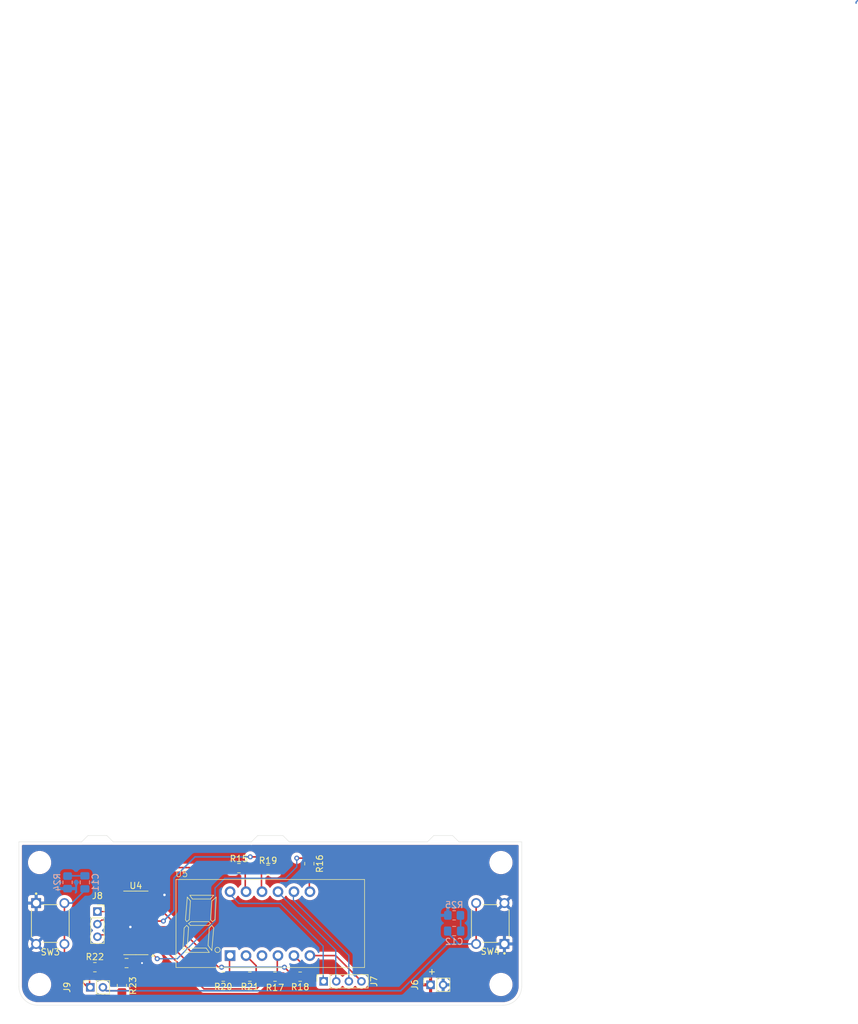
<source format=kicad_pcb>
(kicad_pcb (version 20240108) (generator "pcbnew") (generator_version "8.0")
  (layers (0 "F.Cu" signal) (31 "B.Cu" signal) (34 "B.Paste" user) (35 "F.Paste" user) (36 "B.SilkS" user "B.Silkscreen") (37 "F.SilkS" user "F.Silkscreen") (38 "B.Mask" user) (39 "F.Mask" user) (44 "Edge.Cuts" user))
  (net 0 "")
  (net 1 "GND")
  (net 2 "VDD")
  (net 3 "Multiplex 1")
  (net 4 "Multiplex 2")
  (net 5 "Multiplex 3")
  (net 6 "Multiplex 4")
  (net 7 "/Score display/A")
  (net 8 "Net-(U4-QA)")
  (net 9 "/Score display/B")
  (net 10 "Net-(U4-QB)")
  (net 11 "/Score display/C")
  (net 12 "Net-(U4-QC)")
  (net 13 "Net-(U4-QG)")
  (net 14 "/Score display/G")
  (net 15 "Net-(U4-QF)")
  (net 16 "/Score display/F")
  (net 17 "Net-(U4-QE)")
  (net 18 "/Score display/E")
  (net 19 "/Score display/D")
  (net 20 "Net-(U4-QD)")
  (net 22 "Score latch")
  (net 23 "Score data")
  (net 24 "Score clk")
  (net 26 "Net-(C11-Pad2)")
  (net 27 "Net-(C12-Pad2)")
  (net 29 "/Score display/Button 9")
  (net 30 "/Score display/Button 10")
  (footprint "Resistor_SMD:R_0805_2012Metric_Pad1.20x1.40mm_HandSolder" (layer "F.Cu") (at 138.456 130.959)
    (property "Reference" "R17" (at 0 1.75 0) (layer "F.SilkS"))
    (property "Value" "220R")
    (fp_line (start -0.227064 -0.735) (end 0.227064 -0.735) (stroke (width 0.12)) (layer "F.SilkS"))
    (fp_line (start -0.227064 0.735) (end 0.227064 0.735) (stroke (width 0.12)) (layer "F.SilkS"))
    (pad "1" smd roundrect (at -1 0) (size 1.2 1.4) (layers "F.Cu" "F.Paste" "F.Mask") (roundrect_rratio 0.208333) (net 12 "Net-(U4-QC)"))
    (pad "2" smd roundrect (at 1 0) (size 1.2 1.4) (layers "F.Cu" "F.Paste" "F.Mask") (roundrect_rratio 0.208333) (net 11 "/Score display/C"))
  )
  (footprint "Resistor_SMD:R_0805_2012Metric_Pad1.20x1.40mm_HandSolder" (layer "F.Cu") (at 109.8 129.459)
    (property "Reference" "R22" (at 0 -1.65 0) (layer "F.SilkS"))
    (property "Value" "4.7k")
    (fp_line (start -0.227064 -0.735) (end 0.227064 -0.735) (stroke (width 0.12)) (layer "F.SilkS"))
    (fp_line (start -0.227064 0.735) (end 0.227064 0.735) (stroke (width 0.12)) (layer "F.SilkS"))
    (pad "1" smd roundrect (at -1 0) (size 1.2 1.4) (layers "F.Cu" "F.Paste" "F.Mask") (roundrect_rratio 0.208333) (net 29 "/Score display/Button 9"))
    (pad "2" smd roundrect (at 1 0) (size 1.2 1.4) (layers "F.Cu" "F.Paste" "F.Mask") (roundrect_rratio 0.208333) (net 2 "VDD"))
  )
  (footprint "" (layer "F.Cu") (at 174.406 112.809 -90)
    (property "Reference" "" (at 0 0 90) (layer "F.SilkS") (effects (font (size 1.27 1.27))))
    (property "Value" "")
    (pad "" np_thru_hole circle (at 0 0 270) (size 3.2 3.2) (drill 3.2) (layers "*.Mask" "F.Cu" "In1.Cu" "In2.Cu" "B.Cu"))
  )
  (footprint "" (layer "F.Cu") (at 174.406 132.209 90)
    (property "Reference" "" (at 0 0 90) (layer "F.SilkS") (effects (font (size 1.27 1.27))))
    (property "Value" "")
    (pad "" np_thru_hole circle (at 0 0 90) (size 3.2 3.2) (drill 3.2) (layers "*.Mask" "F.Cu" "In1.Cu" "In2.Cu" "B.Cu"))
  )
  (footprint "" (layer "F.Cu") (at 101.006 132.209 90)
    (property "Reference" "" (at 0 0 90) (layer "F.SilkS") (effects (font (size 1.27 1.27))))
    (property "Value" "")
    (pad "" np_thru_hole circle (at 0 0 90) (size 3.2 3.2) (drill 3.2) (layers "*.Mask" "F.Cu" "In1.Cu" "In2.Cu" "B.Cu"))
  )
  (footprint "Package_SO:SOP-16_3.9x9.9mm_P1.27mm" (layer "F.Cu") (at 116.321 122.409 180)
    (property "Reference" "U4" (at 0 5.909 0) (layer "F.SilkS"))
    (property "Value" "74HC595")
    (fp_line (start 0 5.06) (end 1.95 5.06) (stroke (width 0.12)) (layer "F.SilkS"))
    (fp_line (start 0 5.06) (end -1.95 5.06) (stroke (width 0.12)) (layer "F.SilkS"))
    (fp_line (start 0 -5.06) (end 1.95 -5.06) (stroke (width 0.12)) (layer "F.SilkS"))
    (fp_line (start 0 -5.06) (end -1.95 -5.06) (stroke (width 0.12)) (layer "F.SilkS"))
    (fp_poly (pts (xy -2.725 -5.005) (xy -2.965 -5.335) (xy -2.485 -5.335) (xy -2.725 -5.005)) (stroke (width 0.12)) (fill solid) (layer "F.SilkS"))
    (pad "1" smd roundrect (at -2.5 -4.445 180) (size 2 0.6) (layers "F.Cu" "F.Paste" "F.Mask") (net 10 "Net-(U4-QB)"))
    (pad "2" smd roundrect (at -2.5 -3.175 180) (size 2 0.6) (layers "F.Cu" "F.Paste" "F.Mask") (net 12 "Net-(U4-QC)"))
    (pad "3" smd roundrect (at -2.5 -1.905 180) (size 2 0.6) (layers "F.Cu" "F.Paste" "F.Mask") (net 20 "Net-(U4-QD)"))
    (pad "4" smd roundrect (at -2.5 -0.635 180) (size 2 0.6) (layers "F.Cu" "F.Paste" "F.Mask") (net 17 "Net-(U4-QE)"))
    (pad "5" smd roundrect (at -2.5 0.635 180) (size 2 0.6) (layers "F.Cu" "F.Paste" "F.Mask") (net 15 "Net-(U4-QF)"))
    (pad "6" smd roundrect (at -2.5 1.905 180) (size 2 0.6) (layers "F.Cu" "F.Paste" "F.Mask") (net 13 "Net-(U4-QG)"))
    (pad "7" smd roundrect (at -2.5 3.175 180) (size 2 0.6) (layers "F.Cu" "F.Paste" "F.Mask"))
    (pad "8" smd roundrect (at -2.5 4.445 180) (size 2 0.6) (layers "F.Cu" "F.Paste" "F.Mask") (net 1 "GND"))
    (pad "9" smd roundrect (at 2.5 4.445 180) (size 2 0.6) (layers "F.Cu" "F.Paste" "F.Mask"))
    (pad "10" smd roundrect (at 2.5 3.175 180) (size 2 0.6) (layers "F.Cu" "F.Paste" "F.Mask") (net 2 "VDD"))
    (pad "11" smd roundrect (at 2.5 1.905 180) (size 2 0.6) (layers "F.Cu" "F.Paste" "F.Mask") (net 24 "Score clk"))
    (pad "12" smd roundrect (at 2.5 0.635 180) (size 2 0.6) (layers "F.Cu" "F.Paste" "F.Mask") (net 22 "Score latch"))
    (pad "13" smd roundrect (at 2.5 -0.635 180) (size 2 0.6) (layers "F.Cu" "F.Paste" "F.Mask") (net 1 "GND"))
    (pad "14" smd roundrect (at 2.5 -1.905 180) (size 2 0.6) (layers "F.Cu" "F.Paste" "F.Mask") (net 23 "Score data"))
    (pad "15" smd roundrect (at 2.5 -3.175 180) (size 2 0.6) (layers "F.Cu" "F.Paste" "F.Mask") (net 8 "Net-(U4-QA)"))
    (pad "16" smd roundrect (at 2.5 -4.445 180) (size 2 0.6) (layers "F.Cu" "F.Paste" "F.Mask") (net 2 "VDD"))
  )
  (footprint "2048_footprints:CL3641BH" (layer "F.Cu") (at 137.706 129.509)
    (property "Reference" "U5" (at -14.1 -14.9 0) (layer "F.SilkS") (effects (font (thickness 0.1))))
    (property "Value" "CL3641BH")
    (fp_line (start -15 -14) (end 15 -14) (stroke (width 0.1)) (layer "F.SilkS"))
    (fp_line (start -15 0) (end -15 -14) (stroke (width 0.1)) (layer "F.SilkS"))
    (fp_line (start -13.9 -2.8) (end -13.2 -3.4) (stroke (width 0.1)) (layer "F.SilkS"))
    (fp_line (start -13.7 -6.3) (end -13.9 -2.8) (stroke (width 0.1)) (layer "F.SilkS"))
    (fp_line (start -13.6 -2.4) (end -9.7 -2.4) (stroke (width 0.1)) (layer "F.SilkS"))
    (fp_line (start -13.5 -7.6) (end -13.3 -7.3) (stroke (width 0.1)) (layer "F.SilkS"))
    (fp_line (start -13.3 -7.3) (end -12.9 -7.6) (stroke (width 0.1)) (layer "F.SilkS"))
    (fp_line (start -13.3 -6.7) (end -13.7 -6.3) (stroke (width 0.1)) (layer "F.SilkS"))
    (fp_line (start -13.2 -11.2) (end -13.5 -7.6) (stroke (width 0.1)) (layer "F.SilkS"))
    (fp_line (start -13.2 -3.4) (end -13 -6.4) (stroke (width 0.1)) (layer "F.SilkS"))
    (fp_line (start -13 -7) (end -12.6 -7.3) (stroke (width 0.1)) (layer "F.SilkS"))
    (fp_line (start -13 -6.4) (end -13.3 -6.7) (stroke (width 0.1)) (layer "F.SilkS"))
    (fp_line (start -13 -3.1) (end -13.6 -2.4) (stroke (width 0.1)) (layer "F.SilkS"))
    (fp_line (start -12.9 -7.6) (end -12.7 -10.6) (stroke (width 0.1)) (layer "F.SilkS"))
    (fp_line (start -12.8 -11.5) (end -9 -11.5) (stroke (width 0.1)) (layer "F.SilkS"))
    (fp_line (start -12.7 -10.6) (end -13.2 -11.2) (stroke (width 0.1)) (layer "F.SilkS"))
    (fp_line (start -12.7 -6.7) (end -13 -7) (stroke (width 0.1)) (layer "F.SilkS"))
    (fp_line (start -12.6 -7.3) (end -9.8 -7.3) (stroke (width 0.1)) (layer "F.SilkS"))
    (fp_line (start -12.4 -10.9) (end -12.8 -11.5) (stroke (width 0.1)) (layer "F.SilkS"))
    (fp_line (start -10.2 -3.1) (end -13 -3.1) (stroke (width 0.1)) (layer "F.SilkS"))
    (fp_line (start -9.9 -3.5) (end -9.7 -6.3) (stroke (width 0.1)) (layer "F.SilkS"))
    (fp_line (start -9.9 -3.5) (end -9.3 -2.7) (stroke (width 0.1)) (layer "F.SilkS"))
    (fp_line (start -9.8 -7.3) (end -9.5 -7) (stroke (width 0.1)) (layer "F.SilkS"))
    (fp_line (start -9.8 -6.7) (end -12.7 -6.7) (stroke (width 0.1)) (layer "F.SilkS"))
    (fp_line (start -9.7 -6.3) (end -9.3 -6.7) (stroke (width 0.1)) (layer "F.SilkS"))
    (fp_line (start -9.7 -2.4) (end -10.2 -3.1) (stroke (width 0.1)) (layer "F.SilkS"))
    (fp_line (start -9.5 -10.9) (end -12.4 -10.9) (stroke (width 0.1)) (layer "F.SilkS"))
    (fp_line (start -9.5 -7.6) (end -9.2 -7.3) (stroke (width 0.1)) (layer "F.SilkS"))
    (fp_line (start -9.5 -7) (end -9.8 -6.7) (stroke (width 0.1)) (layer "F.SilkS"))
    (fp_line (start -9.3 -10.6) (end -9.5 -7.6) (stroke (width 0.1)) (layer "F.SilkS"))
    (fp_line (start -9.3 -6.7) (end -9 -6.3) (stroke (width 0.1)) (layer "F.SilkS"))
    (fp_line (start -9 -11.5) (end -9.5 -10.9) (stroke (width 0.1)) (layer "F.SilkS"))
    (fp_line (start -9 -6.3) (end -9.3 -2.7) (stroke (width 0.1)) (layer "F.SilkS"))
    (fp_line (start -8.8 -7.6) (end -9.2 -7.3) (stroke (width 0.1)) (layer "F.SilkS"))
    (fp_line (start -8.6 -11.2) (end -9.3 -10.6) (stroke (width 0.1)) (layer "F.SilkS"))
    (fp_line (start -8.6 -11.2) (end -8.8 -7.6) (stroke (width 0.1)) (layer "F.SilkS"))
    (fp_line (start 0 0) (end -15 0) (stroke (width 0.1)) (layer "F.SilkS"))
    (fp_line (start 15 -14) (end 15 0) (stroke (width 0.1)) (layer "F.SilkS"))
    (fp_line (start 15 0) (end 0 0) (stroke (width 0.1)) (layer "F.SilkS"))
    (fp_circle (center -8.4 -2.8) (end -8.5 -2.4) (stroke (width 0.1)) (fill none) (layer "F.SilkS"))
    (pad "1" thru_hole rect (at -6.4 -1.9 90) (size 1.7 1.7) (drill 1) (layers "*.Cu" "*.Mask") (net 18 "/Score display/E"))
    (pad "2" thru_hole oval (at -3.86 -1.9 90) (size 1.7 1.7) (drill 1) (layers "*.Cu" "*.Mask") (net 19 "/Score display/D"))
    (pad "3" thru_hole oval (at -1.32 -1.9 90) (size 1.7 1.7) (drill 1) (layers "*.Cu" "*.Mask"))
    (pad "4" thru_hole oval (at 1.22 -1.9 90) (size 1.7 1.7) (drill 1) (layers "*.Cu" "*.Mask") (net 11 "/Score display/C"))
    (pad "5" thru_hole oval (at 3.76 -1.9 90) (size 1.7 1.7) (drill 1) (layers "*.Cu" "*.Mask") (net 14 "/Score display/G"))
    (pad "6" thru_hole oval (at 6.3 -1.9 90) (size 1.7 1.7) (drill 1) (layers "*.Cu" "*.Mask") (net 6 "Multiplex 4"))
    (pad "7" thru_hole oval (at 6.305 -12.06 90) (size 1.7 1.7) (drill 1) (layers "*.Cu" "*.Mask") (net 9 "/Score display/B"))
    (pad "8" thru_hole oval (at 3.765 -12.06 90) (size 1.7 1.7) (drill 1) (layers "*.Cu" "*.Mask") (net 5 "Multiplex 3"))
    (pad "9" thru_hole oval (at 1.225 -12.06 90) (size 1.7 1.7) (drill 1) (layers "*.Cu" "*.Mask") (net 4 "Multiplex 2"))
    (pad "10" thru_hole oval (at -1.315 -12.06 90) (size 1.7 1.7) (drill 1) (layers "*.Cu" "*.Mask") (net 16 "/Score display/F"))
    (pad "11" thru_hole oval (at -3.855 -12.06 90) (size 1.7 1.7) (drill 1) (layers "*.Cu" "*.Mask") (net 7 "/Score display/A"))
    (pad "12" thru_hole oval (at -6.395 -12.06 90) (size 1.7 1.7) (drill 1) (layers "*.Cu" "*.Mask") (net 3 "Multiplex 1"))
  )
  (footprint "Resistor_SMD:R_0805_2012Metric_Pad1.20x1.40mm_HandSolder" (layer "F.Cu") (at 130.221 130.959 180)
    (property "Reference" "R20" (at 0 -1.6 0) (layer "F.SilkS"))
    (property "Value" "220R")
    (fp_line (start -0.227064 0.735) (end 0.227064 0.735) (stroke (width 0.12)) (layer "F.SilkS"))
    (fp_line (start -0.227064 -0.735) (end 0.227064 -0.735) (stroke (width 0.12)) (layer "F.SilkS"))
    (pad "1" smd roundrect (at -1 0 180) (size 1.2 1.4) (layers "F.Cu" "F.Paste" "F.Mask") (roundrect_rratio 0.208333) (net 18 "/Score display/E"))
    (pad "2" smd roundrect (at 1 0 180) (size 1.2 1.4) (layers "F.Cu" "F.Paste" "F.Mask") (roundrect_rratio 0.208333) (net 17 "Net-(U4-QE)"))
  )
  (footprint "2048_footprints:SW_TL1105SPF160Q" (layer "F.Cu") (at 102.706 122.509 -90)
    (property "Reference" "SW3" (at 4.55 0 0) (layer "F.SilkS"))
    (property "Value" "Button")
    (fp_line (start -2.18 3) (end 2.18 3) (stroke (width 0.127)) (layer "F.SilkS"))
    (fp_line (start -3 -1.18) (end -3 1.18) (stroke (width 0.127)) (layer "F.SilkS"))
    (fp_line (start 3 -1.18) (end 3 1.18) (stroke (width 0.127)) (layer "F.SilkS"))
    (fp_line (start -2.18 -3) (end 2.18 -3) (stroke (width 0.127)) (layer "F.SilkS"))
    (fp_circle (center -4.75 2.25) (end -4.65 2.25) (stroke (width 0.2)) (fill none) (layer "F.SilkS"))
    (pad "1" thru_hole rect (at -3.25 2.25 270) (size 1.575 1.575) (drill 1.05) (layers "*.Cu" "*.Mask") (net 1 "GND"))
    (pad "2" thru_hole circle (at 3.25 2.25 270) (size 1.575 1.575) (drill 1.05) (layers "*.Cu" "*.Mask") (net 1 "GND"))
    (pad "3" thru_hole circle (at -3.25 -2.25 270) (size 1.575 1.575) (drill 1.05) (layers "*.Cu" "*.Mask") (net 29 "/Score display/Button 9"))
    (pad "4" thru_hole circle (at 3.25 -2.25 270) (size 1.575 1.575) (drill 1.05) (layers "*.Cu" "*.Mask") (net 29 "/Score display/Button 9"))
  )
  (footprint "2048_footprints:SW_TL1105SPF160Q" (layer "F.Cu") (at 172.706 122.509 90)
    (property "Reference" "SW4" (at -4.45 0 180) (layer "F.SilkS"))
    (property "Value" "Button")
    (fp_line (start -2.18 -3) (end 2.18 -3) (stroke (width 0.127)) (layer "F.SilkS"))
    (fp_line (start 3 -1.18) (end 3 1.18) (stroke (width 0.127)) (layer "F.SilkS"))
    (fp_line (start -3 -1.18) (end -3 1.18) (stroke (width 0.127)) (layer "F.SilkS"))
    (fp_line (start -2.18 3) (end 2.18 3) (stroke (width 0.127)) (layer "F.SilkS"))
    (fp_circle (center -4.75 2.25) (end -4.65 2.25) (stroke (width 0.2)) (fill none) (layer "F.SilkS"))
    (pad "1" thru_hole rect (at -3.25 2.25 90) (size 1.575 1.575) (drill 1.05) (layers "*.Cu" "*.Mask") (net 1 "GND"))
    (pad "2" thru_hole circle (at 3.25 2.25 90) (size 1.575 1.575) (drill 1.05) (layers "*.Cu" "*.Mask") (net 1 "GND"))
    (pad "3" thru_hole circle (at -3.25 -2.25 90) (size 1.575 1.575) (drill 1.05) (layers "*.Cu" "*.Mask") (net 30 "/Score display/Button 10"))
    (pad "4" thru_hole circle (at 3.25 -2.25 90) (size 1.575 1.575) (drill 1.05) (layers "*.Cu" "*.Mask") (net 30 "/Score display/Button 10"))
  )
  (footprint "Resistor_SMD:R_0805_2012Metric_Pad1.20x1.40mm_HandSolder" (layer "F.Cu") (at 142.456 130.959 180)
    (property "Reference" "R18" (at 0 -1.65 0) (layer "F.SilkS"))
    (property "Value" "220R")
    (fp_line (start -0.227064 0.735) (end 0.227064 0.735) (stroke (width 0.12)) (layer "F.SilkS"))
    (fp_line (start -0.227064 -0.735) (end 0.227064 -0.735) (stroke (width 0.12)) (layer "F.SilkS"))
    (pad "1" smd roundrect (at -1 0 180) (size 1.2 1.4) (layers "F.Cu" "F.Paste" "F.Mask") (roundrect_rratio 0.208333) (net 14 "/Score display/G"))
    (pad "2" smd roundrect (at 1 0 180) (size 1.2 1.4) (layers "F.Cu" "F.Paste" "F.Mask") (roundrect_rratio 0.208333) (net 13 "Net-(U4-QG)"))
  )
  (footprint "Resistor_SMD:R_0805_2012Metric_Pad1.20x1.40mm_HandSolder" (layer "F.Cu") (at 114.1 132.4 90)
    (property "Reference" "R23" (at 0 1.75 90) (layer "F.SilkS"))
    (property "Value" "4.7k")
    (fp_line (start -0.227064 -0.735) (end 0.227064 -0.735) (stroke (width 0.12)) (layer "F.SilkS"))
    (fp_line (start -0.227064 0.735) (end 0.227064 0.735) (stroke (width 0.12)) (layer "F.SilkS"))
    (pad "1" smd roundrect (at -1 0 90) (size 1.2 1.4) (layers "F.Cu" "F.Paste" "F.Mask") (roundrect_rratio 0.208333) (net 30 "/Score display/Button 10"))
    (pad "2" smd roundrect (at 1 0 90) (size 1.2 1.4) (layers "F.Cu" "F.Paste" "F.Mask") (roundrect_rratio 0.208333) (net 2 "VDD"))
  )
  (footprint "Connector_PinSocket_2.00mm:PinSocket_1x02_P2.00mm_Vertical" (layer "F.Cu") (at 109.071 132.659 90)
    (property "Reference" "J9" (at 0 -3.7 90) (layer "F.SilkS"))
    (property "Value" "Misc conn 1")
    (fp_line (start 1.06 -1.06) (end 1.06 0) (stroke (width 0.12)) (layer "F.SilkS"))
    (fp_line (start 0 -1.06) (end 1.06 -1.06) (stroke (width 0.12)) (layer "F.SilkS"))
    (fp_line (start 1.06 1) (end 1.06 3.06) (stroke (width 0.12)) (layer "F.SilkS"))
    (fp_line (start -1.06 1) (end 1.06 1) (stroke (width 0.12)) (layer "F.SilkS"))
    (fp_line (start -1.06 1) (end -1.06 3.06) (stroke (width 0.12)) (layer "F.SilkS"))
    (fp_line (start -1.06 3.06) (end 1.06 3.06) (stroke (width 0.12)) (layer "F.SilkS"))
    (pad "1" thru_hole rect (at 0 0 90) (size 1.35 1.35) (drill 0.8) (layers "*.Cu" "*.Mask") (net 29 "/Score display/Button 9"))
    (pad "2" thru_hole oval (at 0 2 90) (size 1.35 1.35) (drill 0.8) (layers "*.Cu" "*.Mask") (net 30 "/Score display/Button 10"))
  )
  (footprint "Connector_PinSocket_2.00mm:PinSocket_1x02_P2.00mm_Vertical" (layer "F.Cu") (at 163.206 132.259 90)
    (property "Reference" "J6" (at 0 -2.5 90) (layer "F.SilkS"))
    (property "Value" "Power conn")
    (fp_line (start 1.06 -1.06) (end 1.06 0) (stroke (width 0.12)) (layer "F.SilkS"))
    (fp_line (start 0 -1.06) (end 1.06 -1.06) (stroke (width 0.12)) (layer "F.SilkS"))
    (fp_line (start 1.06 1) (end 1.06 3.06) (stroke (width 0.12)) (layer "F.SilkS"))
    (fp_line (start -1.06 1) (end 1.06 1) (stroke (width 0.12)) (layer "F.SilkS"))
    (fp_line (start -1.06 1) (end -1.06 3.06) (stroke (width 0.12)) (layer "F.SilkS"))
    (fp_line (start -1.06 3.06) (end 1.06 3.06) (stroke (width 0.12)) (layer "F.SilkS"))
    (pad "1" thru_hole rect (at 0 0 90) (size 1.35 1.35) (drill 0.8) (layers "*.Cu" "*.Mask") (net 2 "VDD"))
    (pad "2" thru_hole oval (at 0 2 90) (size 1.35 1.35) (drill 0.8) (layers "*.Cu" "*.Mask") (net 1 "GND"))
  )
  (footprint "Resistor_SMD:R_0805_2012Metric_Pad1.20x1.40mm_HandSolder" (layer "F.Cu") (at 132.721 113.709)
    (property "Reference" "R15" (at 0 -1.5 0) (layer "F.SilkS"))
    (property "Value" "220R")
    (fp_line (start -0.227064 -0.735) (end 0.227064 -0.735) (stroke (width 0.12)) (layer "F.SilkS"))
    (fp_line (start -0.227064 0.735) (end 0.227064 0.735) (stroke (width 0.12)) (layer "F.SilkS"))
    (pad "1" smd roundrect (at -1 0) (size 1.2 1.4) (layers "F.Cu" "F.Paste" "F.Mask") (roundrect_rratio 0.208333) (net 8 "Net-(U4-QA)"))
    (pad "2" smd roundrect (at 1 0) (size 1.2 1.4) (layers "F.Cu" "F.Paste" "F.Mask") (roundrect_rratio 0.208333) (net 7 "/Score display/A"))
  )
  (footprint "Resistor_SMD:R_0805_2012Metric_Pad1.20x1.40mm_HandSolder" (layer "F.Cu") (at 143.921004 112.989 -90)
    (property "Reference" "R16" (at 0 -1.65 90) (layer "F.SilkS"))
    (property "Value" "220R")
    (fp_line (start -0.227064 0.735) (end 0.227064 0.735) (stroke (width 0.12)) (layer "F.SilkS"))
    (fp_line (start -0.227064 -0.735) (end 0.227064 -0.735) (stroke (width 0.12)) (layer "F.SilkS"))
    (pad "1" smd roundrect (at -1 0 270) (size 1.2 1.4) (layers "F.Cu" "F.Paste" "F.Mask") (roundrect_rratio 0.208333) (net 10 "Net-(U4-QB)"))
    (pad "2" smd roundrect (at 1 0 270) (size 1.2 1.4) (layers "F.Cu" "F.Paste" "F.Mask") (roundrect_rratio 0.208333) (net 9 "/Score display/B"))
  )
  (footprint "Resistor_SMD:R_0805_2012Metric_Pad1.20x1.40mm_HandSolder" (layer "F.Cu") (at 134.456 130.959 180)
    (property "Reference" "R21" (at 0 -1.6 0) (layer "F.SilkS"))
    (property "Value" "220R")
    (fp_line (start -0.227064 0.735) (end 0.227064 0.735) (stroke (width 0.12)) (layer "F.SilkS"))
    (fp_line (start -0.227064 -0.735) (end 0.227064 -0.735) (stroke (width 0.12)) (layer "F.SilkS"))
    (pad "1" smd roundrect (at -1 0 180) (size 1.2 1.4) (layers "F.Cu" "F.Paste" "F.Mask") (roundrect_rratio 0.208333) (net 19 "/Score display/D"))
    (pad "2" smd roundrect (at 1 0 180) (size 1.2 1.4) (layers "F.Cu" "F.Paste" "F.Mask") (roundrect_rratio 0.208333) (net 20 "Net-(U4-QD)"))
  )
  (footprint "Resistor_SMD:R_0805_2012Metric_Pad1.20x1.40mm_HandSolder" (layer "F.Cu") (at 137.356 113.959)
    (property "Reference" "R19" (at 0 -1.459 0) (layer "F.SilkS"))
    (property "Value" "220R")
    (fp_line (start -0.227064 -0.735) (end 0.227064 -0.735) (stroke (width 0.12)) (layer "F.SilkS"))
    (fp_line (start -0.227064 0.735) (end 0.227064 0.735) (stroke (width 0.12)) (layer "F.SilkS"))
    (pad "1" smd roundrect (at -1 0) (size 1.2 1.4) (layers "F.Cu" "F.Paste" "F.Mask") (roundrect_rratio 0.208333) (net 16 "/Score display/F"))
    (pad "2" smd roundrect (at 1 0) (size 1.2 1.4) (layers "F.Cu" "F.Paste" "F.Mask") (roundrect_rratio 0.208333) (net 15 "Net-(U4-QF)"))
  )
  (footprint "Capacitor_SMD:C_0805_2012Metric_Pad1.18x1.45mm_HandSolder" (layer "F.Cu") (at 114.8375 128.8)
    (property "Reference" "REF**" (hide yes))
    (property "Value" "C_0805_2012Metric_Pad1.18x1.45mm_HandSolder")
    (fp_line (start -0.261252 -0.735) (end 0.261252 -0.735) (stroke (width 0.12)) (layer "F.SilkS"))
    (fp_line (start -0.261252 0.735) (end 0.261252 0.735) (stroke (width 0.12)) (layer "F.SilkS"))
    (pad "1" smd roundrect (at -1.0375 0) (size 1.175 1.45) (layers "F.Cu" "F.Paste" "F.Mask") (roundrect_rratio 0.212766) (net 2 "VDD"))
    (pad "2" smd roundrect (at 1.0375 0) (size 1.175 1.45) (layers "F.Cu" "F.Paste" "F.Mask") (roundrect_rratio 0.212766) (net 1 "GND"))
  )
  (footprint "Connector_PinSocket_2.00mm:PinSocket_1x04_P2.00mm_Vertical" (layer "F.Cu") (at 146.206 131.709 90)
    (property "Reference" "J7" (at 0 8 90) (layer "F.SilkS"))
    (property "Value" "Mux Conn")
    (fp_line (start 1.06 -1.06) (end 1.06 0) (stroke (width 0.12)) (layer "F.SilkS"))
    (fp_line (start 0 -1.06) (end 1.06 -1.06) (stroke (width 0.12)) (layer "F.SilkS"))
    (fp_line (start 1.06 1) (end 1.06 7.06) (stroke (width 0.12)) (layer "F.SilkS"))
    (fp_line (start -1.06 1) (end 1.06 1) (stroke (width 0.12)) (layer "F.SilkS"))
    (fp_line (start -1.06 1) (end -1.06 7.06) (stroke (width 0.12)) (layer "F.SilkS"))
    (fp_line (start -1.06 7.06) (end 1.06 7.06) (stroke (width 0.12)) (layer "F.SilkS"))
    (pad "1" thru_hole rect (at 0 0 90) (size 1.35 1.35) (drill 0.8) (layers "*.Cu" "*.Mask") (net 3 "Multiplex 1"))
    (pad "2" thru_hole oval (at 0 2 90) (size 1.35 1.35) (drill 0.8) (layers "*.Cu" "*.Mask") (net 4 "Multiplex 2"))
    (pad "3" thru_hole oval (at 0 4 90) (size 1.35 1.35) (drill 0.8) (layers "*.Cu" "*.Mask") (net 5 "Multiplex 3"))
    (pad "4" thru_hole oval (at 0 6 90) (size 1.35 1.35) (drill 0.8) (layers "*.Cu" "*.Mask") (net 6 "Multiplex 4"))
  )
  (footprint "Connector_PinSocket_2.00mm:PinSocket_1x03_P2.00mm_Vertical" (layer "F.Cu") (at 110.206 120.609)
    (property "Reference" "J8" (at 0 -2.5 0) (layer "F.SilkS"))
    (property "Value" "Shift Reg Conn")
    (fp_line (start -1.06 1) (end -1.06 5.06) (stroke (width 0.12)) (layer "F.SilkS"))
    (fp_line (start -1.06 1) (end 1.06 1) (stroke (width 0.12)) (layer "F.SilkS"))
    (fp_line (start -1.06 5.06) (end 1.06 5.06) (stroke (width 0.12)) (layer "F.SilkS"))
    (fp_line (start 0 -1.06) (end 1.06 -1.06) (stroke (width 0.12)) (layer "F.SilkS"))
    (fp_line (start 1.06 -1.06) (end 1.06 0) (stroke (width 0.12)) (layer "F.SilkS"))
    (fp_line (start 1.06 1) (end 1.06 5.06) (stroke (width 0.12)) (layer "F.SilkS"))
    (pad "1" thru_hole rect (at 0 0) (size 1.35 1.35) (drill 0.8) (layers "*.Cu" "*.Mask") (net 24 "Score clk"))
    (pad "2" thru_hole oval (at 0 2) (size 1.35 1.35) (drill 0.8) (layers "*.Cu" "*.Mask") (net 22 "Score latch"))
    (pad "3" thru_hole oval (at 0 4) (size 1.35 1.35) (drill 0.8) (layers "*.Cu" "*.Mask") (net 23 "Score data"))
  )
  (footprint "" (layer "F.Cu") (at 101.006 112.809 -90)
    (property "Reference" "" (hide yes))
    (property "Value" "")
    (pad "" np_thru_hole circle (at 0 0 270) (size 3.2 3.2) (drill 3.2) (layers "*.Mask" "F.Cu" "In1.Cu" "In2.Cu" "B.Cu"))
  )
  (footprint "Resistor_SMD:R_0805_2012Metric_Pad1.20x1.40mm_HandSolder" (layer "B.Cu") (at 105.456 115.959 -90)
    (property "Reference" "R24" (at 0 1.65 90) (layer "B.SilkS") (effects (justify mirror)))
    (property "Value" "100R (DNP)")
    (fp_line (start 0.227064 0.735) (end -0.227064 0.735) (stroke (width 0.12)) (layer "B.SilkS"))
    (fp_line (start 0.227064 -0.735) (end -0.227064 -0.735) (stroke (width 0.12)) (layer "B.SilkS"))
    (pad "1" smd roundrect (at -1 0 270) (size 1.2 1.4) (layers "B.Cu" "B.Paste" "B.Mask") (roundrect_rratio 0.208333) (net 26 "Net-(C11-Pad2)"))
    (pad "2" smd roundrect (at 1 0 270) (size 1.2 1.4) (layers "B.Cu" "B.Paste" "B.Mask") (roundrect_rratio 0.208333) (net 1 "GND"))
  )
  (footprint "Capacitor_SMD:C_0805_2012Metric_Pad1.18x1.45mm_HandSolder" (layer "B.Cu") (at 108.206 115.959 90)
    (property "Reference" "C11" (at 0 1.68 90) (layer "B.SilkS") (effects (justify mirror)))
    (property "Value" "0.1uF (DNP)")
    (fp_line (start 0.261252 -0.735) (end -0.261252 -0.735) (stroke (width 0.12)) (layer "B.SilkS"))
    (fp_line (start 0.261252 0.735) (end -0.261252 0.735) (stroke (width 0.12)) (layer "B.SilkS"))
    (pad "1" smd roundrect (at -1.0375 0 90) (size 1.175 1.45) (layers "B.Cu" "B.Paste" "B.Mask") (roundrect_rratio 0.212766) (net 29 "/Score display/Button 9"))
    (pad "2" smd roundrect (at 1.0375 0 90) (size 1.175 1.45) (layers "B.Cu" "B.Paste" "B.Mask") (roundrect_rratio 0.212766) (net 26 "Net-(C11-Pad2)"))
  )
  (footprint "Capacitor_SMD:C_0805_2012Metric_Pad1.18x1.45mm_HandSolder" (layer "B.Cu") (at 166.956 123.709)
    (property "Reference" "C12" (at 0 1.68 0) (layer "B.SilkS") (effects (justify mirror)))
    (property "Value" "0.1uF (DNP)")
    (fp_line (start 0.261252 -0.735) (end -0.261252 -0.735) (stroke (width 0.12)) (layer "B.SilkS"))
    (fp_line (start 0.261252 0.735) (end -0.261252 0.735) (stroke (width 0.12)) (layer "B.SilkS"))
    (pad "1" smd roundrect (at -1.0375 0) (size 1.175 1.45) (layers "B.Cu" "B.Paste" "B.Mask") (roundrect_rratio 0.212766) (net 30 "/Score display/Button 10"))
    (pad "2" smd roundrect (at 1.0375 0) (size 1.175 1.45) (layers "B.Cu" "B.Paste" "B.Mask") (roundrect_rratio 0.212766) (net 27 "Net-(C12-Pad2)"))
  )
  (footprint "Resistor_SMD:R_0805_2012Metric_Pad1.20x1.40mm_HandSolder" (layer "B.Cu") (at 166.956 121.209 180)
    (property "Reference" "R25" (at 0 1.65 0) (layer "B.SilkS") (effects (justify mirror)))
    (property "Value" "100R (DNP)")
    (fp_line (start 0.227064 0.735) (end -0.227064 0.735) (stroke (width 0.12)) (layer "B.SilkS"))
    (fp_line (start 0.227064 -0.735) (end -0.227064 -0.735) (stroke (width 0.12)) (layer "B.SilkS"))
    (pad "1" smd roundrect (at -1 0 180) (size 1.2 1.4) (layers "B.Cu" "B.Paste" "B.Mask") (roundrect_rratio 0.208333) (net 27 "Net-(C12-Pad2)"))
    (pad "2" smd roundrect (at 1 0 180) (size 1.2 1.4) (layers "B.Cu" "B.Paste" "B.Mask") (roundrect_rratio 0.208333) (net 1 "GND"))
  )
  (gr_line (start 111.706 108.509) (end 108.706 108.509) (stroke (width 0.05)) (layer "Edge.Cuts"))
  (gr_line (start 139.706 108.509) (end 135.706 108.509) (stroke (width 0.05)) (layer "Edge.Cuts"))
  (gr_line (start 97.706 109.509) (end 107.706 109.509) (stroke (width 0.05)) (layer "Edge.Cuts"))
  (gr_line (start 139.706 108.509) (end 140.706 109.509) (stroke (width 0.05)) (layer "Edge.Cuts"))
  (gr_line (start 177.706 109.509) (end 177.706 132.509) (stroke (width 0.05)) (layer "Edge.Cuts"))
  (gr_line (start 177.706 109.509) (end 167.706 109.509) (stroke (width 0.05)) (layer "Edge.Cuts"))
  (gr_line (start 111.706 108.509) (end 112.706 109.509) (stroke (width 0.05)) (layer "Edge.Cuts"))
  (gr_line (start 162.706 109.509) (end 140.7 109.509) (stroke (width 0.05)) (layer "Edge.Cuts"))
  (gr_line (start 174.706 135.509) (end 100.706 135.509) (stroke (width 0.05)) (layer "Edge.Cuts"))
  (gr_line (start 163.712 108.509) (end 166.706 108.509) (stroke (width 0.05)) (layer "Edge.Cuts"))
  (gr_arc (start 177.706 132.509) (mid 176.82732 134.63032) (end 174.706 135.509) (stroke (width 0.05)) (layer "Edge.Cuts"))
  (gr_line (start 134.7 109.509) (end 112.706 109.509) (stroke (width 0.05)) (layer "Edge.Cuts"))
  (gr_line (start 97.706 109.509) (end 97.706 132.509) (stroke (width 0.05)) (layer "Edge.Cuts"))
  (gr_line (start 108.706 108.509) (end 107.706 109.509) (stroke (width 0.05)) (layer "Edge.Cuts"))
  (gr_line (start 166.706 108.509) (end 167.706 109.509) (stroke (width 0.05)) (layer "Edge.Cuts"))
  (gr_line (start 135.706 108.509) (end 134.7 109.515) (stroke (width 0.05)) (layer "Edge.Cuts"))
  (gr_arc (start 100.706 135.509) (mid 98.58468 134.63032) (end 97.706 132.509) (stroke (width 0.05)) (layer "Edge.Cuts"))
  (gr_line (start 163.712 108.509) (end 162.706 109.515) (stroke (width 0.05)) (layer "Edge.Cuts"))
  (gr_text "+" (at 162.706 130.709 0) (layer "F.SilkS") (effects (font (size 1 1)) (justify left bottom)))
  (segment (start 230.9 -23.875) (end 230.9 -24.075) (width 0.2) (layer "B.Cu") (net 0))
  (segment (start 230.9 -24.075) (end 231.125 -24.3) (width 0.2) (layer "B.Cu") (net 0))
  (segment (start 118.821 117.964) (end 120.866 117.964) (width 0.25) (layer "F.Cu") (net 1))
  (segment (start 115.875 128.8) (end 117.3 128.8) (width 0.2) (layer "F.Cu") (net 1))
  (segment (start 115.431 123.044) (end 115.446 123.059) (width 0.25) (layer "F.Cu") (net 1))
  (segment (start 120.866 117.964) (end 120.871 117.959) (width 0.25) (layer "F.Cu") (net 1))
  (segment (start 113.821 123.044) (end 115.431 123.044) (width 0.25) (layer "F.Cu") (net 1))
  (via (at 117.3 128.8) (size 0.6) (drill 0.3) (layers "F.Cu" "B.Cu") (net 1))
  (via (at 120.871 117.959) (size 0.8) (drill 0.4) (layers "F.Cu" "B.Cu") (net 1))
  (via (at 115.446 123.059) (size 0.8) (drill 0.4) (layers "F.Cu" "B.Cu") (net 1))
  (segment (start 113.8 128.8) (end 113.8 126.875) (width 0.2) (layer "F.Cu") (net 2))
  (segment (start 113.8 126.875) (end 113.821 126.854) (width 0.2) (layer "F.Cu") (net 2))
  (segment (start 113.8325 126.8655) (end 113.821 126.854) (width 0.2) (layer "F.Cu") (net 2))
  (segment (start 139.321 119.309) (end 146.121 126.109) (width 0.2) (layer "B.Cu") (net 3))
  (segment (start 131.226 117.814) (end 132.721 119.309) (width 0.2) (layer "B.Cu") (net 3))
  (segment (start 146.121 131.624) (end 146.206 131.709) (width 0.2) (layer "B.Cu") (net 3))
  (segment (start 146.121 126.109) (end 146.121 131.624) (width 0.2) (layer "B.Cu") (net 3))
  (segment (start 131.226 117.449) (end 131.226 117.814) (width 0.2) (layer "B.Cu") (net 3))
  (segment (start 132.721 119.309) (end 139.321 119.309) (width 0.2) (layer "B.Cu") (net 3))
  (segment (start 138.846 117.449) (end 148.121 126.724) (width 0.2) (layer "B.Cu") (net 4))
  (segment (start 148.121 131.624) (end 148.206 131.709) (width 0.2) (layer "B.Cu") (net 4))
  (segment (start 148.121 126.724) (end 148.121 131.624) (width 0.2) (layer "B.Cu") (net 4))
  (segment (start 150.206 127.594) (end 150.206 131.709) (width 0.2) (layer "B.Cu") (net 5))
  (segment (start 141.386 117.449) (end 141.386 118.774) (width 0.2) (layer "B.Cu") (net 5))
  (segment (start 141.386 118.774) (end 150.206 127.594) (width 0.2) (layer "B.Cu") (net 5))
  (segment (start 144.006 127.609) (end 148.106 127.609) (width 0.25) (layer "F.Cu") (net 6))
  (segment (start 148.106 127.609) (end 152.206 131.709) (width 0.25) (layer "F.Cu") (net 6))
  (segment (start 133.721004 113.989) (end 133.721 113.989004) (width 0.25) (layer "F.Cu") (net 7))
  (segment (start 133.721 113.989004) (end 133.721 117.404) (width 0.25) (layer "F.Cu") (net 7))
  (segment (start 133.721 117.404) (end 133.766 117.449) (width 0.25) (layer "F.Cu") (net 7))
  (segment (start 114.820999 125.584) (end 116.937 123.467999) (width 0.25) (layer "F.Cu") (net 8))
  (segment (start 116.937 123.467999) (end 116.937 116.093) (width 0.25) (layer "F.Cu") (net 8))
  (segment (start 114.651004 125.779) (end 113.921004 125.779) (width 0.2) (layer "F.Cu") (net 8))
  (segment (start 113.821 125.584) (end 114.820999 125.584) (width 0.25) (layer "F.Cu") (net 8))
  (segment (start 119.421 113.609) (end 131.621 113.609) (width 0.25) (layer "F.Cu") (net 8))
  (segment (start 131.621 113.609) (end 131.721 113.709) (width 0.25) (layer "F.Cu") (net 8))
  (segment (start 116.937 116.093) (end 119.421 113.609) (width 0.25) (layer "F.Cu") (net 8))
  (segment (start 143.921 117.444) (end 143.926 117.449) (width 0.25) (layer "F.Cu") (net 9))
  (segment (start 143.921004 113.989) (end 143.921 113.989004) (width 0.25) (layer "F.Cu") (net 9))
  (segment (start 143.921 113.989004) (end 143.921 117.444) (width 0.25) (layer "F.Cu") (net 9))
  (segment (start 141.921 112.109) (end 143.801004 112.109) (width 0.25) (layer "F.Cu") (net 10))
  (segment (start 118.821 126.854) (end 118.821 127.209) (width 0.2) (layer "F.Cu") (net 10))
  (segment (start 118.821 127.209) (end 119.721 128.109) (width 0.2) (layer "F.Cu") (net 10))
  (segment (start 143.801004 112.109) (end 143.921004 111.989) (width 0.25) (layer "F.Cu") (net 10))
  (via (at 119.721 128.109) (size 0.8) (drill 0.4) (layers "F.Cu" "B.Cu") (net 10))
  (via (at 141.921 112.109) (size 0.8) (drill 0.4) (layers "F.Cu" "B.Cu") (net 10))
  (segment (start 130.471 115.309) (end 140.121 115.309) (width 0.2) (layer "B.Cu") (net 10))
  (segment (start 140.121 115.309) (end 141.921 113.509) (width 0.2) (layer "B.Cu") (net 10))
  (segment (start 119.721 128.109) (end 122.921 128.109) (width 0.2) (layer "B.Cu") (net 10))
  (segment (start 128.921 116.859) (end 130.471 115.309) (width 0.2) (layer "B.Cu") (net 10))
  (segment (start 128.921 122.109) (end 128.921 116.859) (width 0.2) (layer "B.Cu") (net 10))
  (segment (start 141.921 113.509) (end 141.921 112.109) (width 0.2) (layer "B.Cu") (net 10))
  (segment (start 122.921 128.109) (end 128.921 122.109) (width 0.2) (layer "B.Cu") (net 10))
  (segment (start 138.821 127.629) (end 138.841 127.609) (width 0.25) (layer "F.Cu") (net 11))
  (segment (start 138.821 130.324) (end 138.821 127.629) (width 0.25) (layer "F.Cu") (net 11))
  (segment (start 139.456 130.959) (end 138.821 130.324) (width 0.25) (layer "F.Cu") (net 11))
  (segment (start 119.820999 125.584) (end 118.821 125.584) (width 0.25) (layer "F.Cu") (net 12))
  (segment (start 127.145999 132.909) (end 119.820999 125.584) (width 0.25) (layer "F.Cu") (net 12))
  (segment (start 135.506 132.909) (end 127.145999 132.909) (width 0.25) (layer "F.Cu") (net 12))
  (segment (start 137.456 130.959) (end 135.506 132.909) (width 0.25) (layer "F.Cu") (net 12))
  (segment (start 129.456 129.459) (end 129.956 129.459) (width 0.25) (layer "F.Cu") (net 13))
  (segment (start 139.956 129.459) (end 141.456 130.959) (width 0.25) (layer "F.Cu") (net 13))
  (segment (start 127.456 127.459) (end 129.456 129.459) (width 0.25) (layer "F.Cu") (net 13))
  (segment (start 120.501 120.504) (end 127.456 127.459) (width 0.25) (layer "F.Cu") (net 13))
  (segment (start 118.821 120.504) (end 120.501 120.504) (width 0.25) (layer "F.Cu") (net 13))
  (via (at 139.956 129.459) (size 0.8) (drill 0.4) (layers "F.Cu" "B.Cu") (net 13))
  (via (at 129.956 129.459) (size 0.8) (drill 0.4) (layers "F.Cu" "B.Cu") (net 13))
  (segment (start 139.956 129.459) (end 129.956 129.459) (width 0.25) (layer "B.Cu") (net 13))
  (segment (start 143.456 129.599) (end 141.466 127.609) (width 0.25) (layer "F.Cu") (net 14))
  (segment (start 143.456 130.959) (end 143.456 129.599) (width 0.25) (layer "F.Cu") (net 14))
  (segment (start 134.521 111.909) (end 136.241004 111.909) (width 0.25) (layer "F.Cu") (net 15))
  (segment (start 120.703 122.122) (end 119.169 122.122) (width 0.25) (layer "F.Cu") (net 15))
  (segment (start 119.169 122.122) (end 118.821 121.774) (width 0.25) (layer "F.Cu") (net 15))
  (segment (start 136.241004 111.909) (end 138.291004 113.959) (width 0.25) (layer "F.Cu") (net 15))
  (segment (start 138.291004 113.959) (end 138.356 113.959) (width 0.25) (layer "F.Cu") (net 15))
  (via (at 134.521 111.909) (size 0.8) (drill 0.4) (layers "F.Cu" "B.Cu") (net 15))
  (via (at 120.703 122.122) (size 0.8) (drill 0.4) (layers "F.Cu" "B.Cu") (net 15))
  (segment (start 125.721 111.909) (end 134.521 111.909) (width 0.25) (layer "B.Cu") (net 15))
  (segment (start 122.388 115.242) (end 125.721 111.909) (width 0.25) (layer "B.Cu") (net 15))
  (segment (start 120.703 122.122) (end 122.388 120.437) (width 0.25) (layer "B.Cu") (net 15))
  (segment (start 122.388 120.437) (end 122.388 115.242) (width 0.25) (layer "B.Cu") (net 15))
  (segment (start 136.321004 113.989) (end 136.306 114.004004) (width 0.25) (layer "F.Cu") (net 16))
  (segment (start 136.306 114.004004) (end 136.306 117.449) (width 0.25) (layer "F.Cu") (net 16))
  (segment (start 121.156 123.044) (end 118.821 123.044) (width 0.25) (layer "F.Cu") (net 17))
  (segment (start 129.071 130.959) (end 121.156 123.044) (width 0.25) (layer "F.Cu") (net 17))
  (segment (start 129.221 130.959) (end 129.071 130.959) (width 0.25) (layer "F.Cu") (net 17))
  (segment (start 131.221 127.609) (end 131.221 130.989) (width 0.25) (layer "F.Cu") (net 18))
  (segment (start 135.456 129.219) (end 133.846 127.609) (width 0.25) (layer "F.Cu") (net 19))
  (segment (start 133.821 127.669) (end 133.761 127.609) (width 0.25) (layer "F.Cu") (net 19))
  (segment (start 135.456 130.959) (end 135.456 129.219) (width 0.25) (layer "F.Cu") (net 19))
  (segment (start 120.226 124.314) (end 118.821 124.314) (width 0.25) (layer "F.Cu") (net 20))
  (segment (start 128.121 132.209) (end 120.226 124.314) (width 0.25) (layer "F.Cu") (net 20))
  (segment (start 133.456 130.959) (end 132.206 132.209) (width 0.25) (layer "F.Cu") (net 20))
  (segment (start 132.206 132.209) (end 128.121 132.209) (width 0.25) (layer "F.Cu") (net 20))
  (segment (start 113.821 121.774) (end 113.006 121.774) (width 0.2) (layer "F.Cu") (net 22))
  (segment (start 110.856 121.959) (end 110.206 122.609) (width 0.2) (layer "F.Cu") (net 22))
  (segment (start 112.821 121.959) (end 110.856 121.959) (width 0.2) (layer "F.Cu") (net 22))
  (segment (start 113.006 121.774) (end 112.821 121.959) (width 0.2) (layer "F.Cu") (net 22))
  (segment (start 110.501 124.314) (end 110.206 124.609) (width 0.2) (layer "F.Cu") (net 23))
  (segment (start 113.821 124.314) (end 110.501 124.314) (width 0.2) (layer "F.Cu") (net 23))
  (segment (start 112.716001 120.609) (end 110.206 120.609) (width 0.2) (layer "F.Cu") (net 24))
  (segment (start 112.821001 120.504) (end 112.716001 120.609) (width 0.2) (layer "F.Cu") (net 24))
  (segment (start 113.821 120.504) (end 112.821001 120.504) (width 0.2) (layer "F.Cu") (net 24))
  (segment (start 105.4935 114.9215) (end 105.456 114.959) (width 0.25) (layer "B.Cu") (net 26))
  (segment (start 108.206 114.9215) (end 105.4935 114.9215) (width 0.25) (layer "B.Cu") (net 26))
  (segment (start 167.9935 121.2465) (end 167.956 121.209) (width 0.25) (layer "B.Cu") (net 27))
  (segment (start 167.9935 123.709) (end 167.9935 121.2465) (width 0.25) (layer "B.Cu") (net 27))
  (segment (start 108.956 129.615) (end 108.956 132.544) (width 0.25) (layer "F.Cu") (net 29))
  (segment (start 108.956 132.544) (end 109.071 132.659) (width 0.25) (layer "F.Cu") (net 29))
  (segment (start 108.656 132.659) (end 104.956 128.959) (width 0.25) (layer "F.Cu") (net 29))
  (segment (start 104.956 128.959) (end 104.956 125.759) (width 0.25) (layer "F.Cu") (net 29))
  (segment (start 109.071 132.659) (end 108.656 132.659) (width 0.25) (layer "F.Cu") (net 29))
  (segment (start 104.956 119.259) (end 104.956 125.759) (width 0.25) (layer "F.Cu") (net 29))
  (segment (start 108.8 129.459) (end 108.956 129.615) (width 0.25) (layer "F.Cu") (net 29))
  (segment (start 106.156 119.259) (end 104.956 119.259) (width 0.25) (layer "B.Cu") (net 29))
  (segment (start 108.206 116.9965) (end 108.206 117.209) (width 0.25) (layer "B.Cu") (net 29))
  (segment (start 108.206 117.209) (end 106.156 119.259) (width 0.25) (layer "B.Cu") (net 29))
  (segment (start 170.456 119.259) (end 170.456 125.759) (width 0.25) (layer "F.Cu") (net 30))
  (segment (start 113.9 133.2) (end 111.612 133.2) (width 0.25) (layer "F.Cu") (net 30))
  (segment (start 114.1 133.4) (end 113.9 133.2) (width 0.25) (layer "F.Cu") (net 30))
  (segment (start 111.612 133.2) (end 111.071 132.659) (width 0.25) (layer "F.Cu") (net 30))
  (segment (start 158.456 133.209) (end 165.906 125.759) (width 0.25) (layer "B.Cu") (net 30))
  (segment (start 165.906 125.759) (end 167.706 125.759) (width 0.25) (layer "B.Cu") (net 30))
  (segment (start 167.706 125.759) (end 170.456 125.759) (width 0.25) (layer "B.Cu") (net 30))
  (segment (start 165.9185 123.9715) (end 167.706 125.759) (width 0.25) (layer "B.Cu") (net 30))
  (segment (start 165.9185 123.709) (end 165.9185 123.9715) (width 0.25) (layer "B.Cu") (net 30))
  (segment (start 111.071 132.659) (end 111.621 133.209) (width 0.25) (layer "B.Cu") (net 30))
  (segment (start 111.621 133.209) (end 158.456 133.209) (width 0.25) (layer "B.Cu") (net 30))
  (zone (net 2) (net_name "VDD") (layer "F.Cu") (priority 2) (connect_pads (clearance 0.5)) (min_thickness 0.25) (fill yes (thermal_gap 0.5) (thermal_bridge_width 0.5))
    (polygon (pts (xy 94.706 72.509) (xy 94.706 138.509) (xy 179.706 138.509) (xy 179.706 72.509)))
  )
  (zone (net 0) (net_name "") (layers "F&B.Cu" "User.4") (connect_pads (clearance 0)) (min_thickness 0.25)
    (keepout (tracks not_allowed) (vias not_allowed) (pads not_allowed) (copperpour not_allowed) (footprints allowed))
    (fill (thermal_gap 0.5) (thermal_bridge_width 0.5))
    (polygon (pts (xy 97.706 107) (xy 97.706 110.009) (xy 177.706 110.009) (xy 177.706 107)))
  )
  (zone (net 1) (net_name "GND") (layer "B.Cu") (priority 2) (connect_pads (clearance 0.5)) (min_thickness 0.25) (fill yes (thermal_gap 0.5) (thermal_bridge_width 0.5))
    (polygon (pts (xy 94.706 72.509) (xy 94.706 138.509) (xy 179.706 138.509) (xy 179.706 72.509)))
  )
)
</source>
